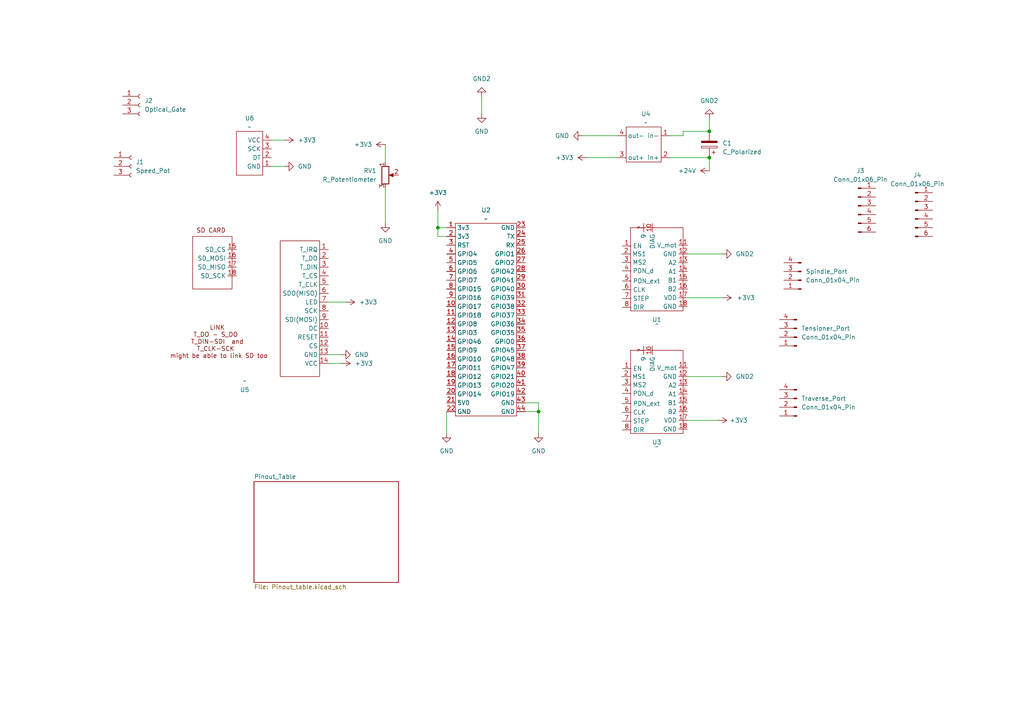
<source format=kicad_sch>
(kicad_sch (version 20231120) (generator "eeschema") (generator_version "8.0")
  (paper "A4")
  (lib_symbols
    (symbol "Connector:Conn_01x03_Socket" (pin_names (offset 1.016) hide)
      (property "Reference" "J" (at 0 5.08 0))
      (property "Value" "Conn_01x03_Socket" (at 0 -5.08 0))
      (symbol "Conn_01x03_Socket_1_1"
        (arc (start 0 -2.032) (mid -0.5058 -2.54) (end 0 -3.048) (stroke (width 0.1524)))
        (polyline (pts (xy -1.27 -2.54) (xy -0.508 -2.54)) (stroke (width 0.1524)))
        (polyline (pts (xy -1.27 0) (xy -0.508 0)) (stroke (width 0.1524)))
        (polyline (pts (xy -1.27 2.54) (xy -0.508 2.54)) (stroke (width 0.1524)))
        (arc (start 0 0.508) (mid -0.5058 0) (end 0 -0.508) (stroke (width 0.1524)))
        (arc (start 0 3.048) (mid -0.5058 2.54) (end 0 2.032) (stroke (width 0.1524)))
        (pin passive line (at -5.08 2.54 0) (length 3.81) (name "Pin_1") (number "1"))
        (pin passive line (at -5.08 0 0) (length 3.81) (name "Pin_2") (number "2"))
        (pin passive line (at -5.08 -2.54 0) (length 3.81) (name "Pin_3") (number "3"))
      )
    )
    (symbol "Connector:Conn_01x04_Pin" (pin_names (offset 1.016) hide)
      (property "Reference" "J" (at 0 5.08 0))
      (property "Value" "Conn_01x04_Pin" (at 0 -7.62 0))
      (symbol "Conn_01x04_Pin_1_1"
        (polyline (pts (xy 1.27 -5.08) (xy 0.8636 -5.08)) (stroke (width 0.1524)))
        (polyline (pts (xy 1.27 -2.54) (xy 0.8636 -2.54)) (stroke (width 0.1524)))
        (polyline (pts (xy 1.27 0) (xy 0.8636 0)) (stroke (width 0.1524)))
        (polyline (pts (xy 1.27 2.54) (xy 0.8636 2.54)) (stroke (width 0.1524)))
        (rectangle (start 0.8636 -4.953) (end 0 -5.207) (stroke (width 0.1524)) (fill (type outline)))
        (rectangle (start 0.8636 -2.413) (end 0 -2.667) (stroke (width 0.1524)) (fill (type outline)))
        (rectangle (start 0.8636 0.127) (end 0 -0.127) (stroke (width 0.1524)) (fill (type outline)))
        (rectangle (start 0.8636 2.667) (end 0 2.413) (stroke (width 0.1524)) (fill (type outline)))
        (pin passive line (at 5.08 2.54 180) (length 3.81) (name "Pin_1") (number "1"))
        (pin passive line (at 5.08 0 180) (length 3.81) (name "Pin_2") (number "2"))
        (pin passive line (at 5.08 -2.54 180) (length 3.81) (name "Pin_3") (number "3"))
        (pin passive line (at 5.08 -5.08 180) (length 3.81) (name "Pin_4") (number "4"))
      )
    )
    (symbol "Connector:Conn_01x06_Pin" (pin_names (offset 1.016) hide)
      (property "Reference" "J" (at 0 7.62 0))
      (property "Value" "Conn_01x06_Pin" (at 0 -10.16 0))
      (symbol "Conn_01x06_Pin_1_1"
        (polyline (pts (xy 1.27 -7.62) (xy 0.8636 -7.62)) (stroke (width 0.1524)))
        (polyline (pts (xy 1.27 -5.08) (xy 0.8636 -5.08)) (stroke (width 0.1524)))
        (polyline (pts (xy 1.27 -2.54) (xy 0.8636 -2.54)) (stroke (width 0.1524)))
        (polyline (pts (xy 1.27 0) (xy 0.8636 0)) (stroke (width 0.1524)))
        (polyline (pts (xy 1.27 2.54) (xy 0.8636 2.54)) (stroke (width 0.1524)))
        (polyline (pts (xy 1.27 5.08) (xy 0.8636 5.08)) (stroke (width 0.1524)))
        (rectangle (start 0.8636 -7.493) (end 0 -7.747) (stroke (width 0.1524)) (fill (type outline)))
        (rectangle (start 0.8636 -4.953) (end 0 -5.207) (stroke (width 0.1524)) (fill (type outline)))
        (rectangle (start 0.8636 -2.413) (end 0 -2.667) (stroke (width 0.1524)) (fill (type outline)))
        (rectangle (start 0.8636 0.127) (end 0 -0.127) (stroke (width 0.1524)) (fill (type outline)))
        (rectangle (start 0.8636 2.667) (end 0 2.413) (stroke (width 0.1524)) (fill (type outline)))
        (rectangle (start 0.8636 5.207) (end 0 4.953) (stroke (width 0.1524)) (fill (type outline)))
        (pin passive line (at 5.08 5.08 180) (length 3.81) (name "Pin_1") (number "1"))
        (pin passive line (at 5.08 2.54 180) (length 3.81) (name "Pin_2") (number "2"))
        (pin passive line (at 5.08 0 180) (length 3.81) (name "Pin_3") (number "3"))
        (pin passive line (at 5.08 -2.54 180) (length 3.81) (name "Pin_4") (number "4"))
        (pin passive line (at 5.08 -5.08 180) (length 3.81) (name "Pin_5") (number "5"))
        (pin passive line (at 5.08 -7.62 180) (length 3.81) (name "Pin_6") (number "6"))
      )
    )
    (symbol "Custom_PArts:HX711_breakout"
      (property "Reference" "U" (at 0 0 0))
      (symbol "HX711_breakout_0_1"
        (rectangle (start 0 8.89) (end 7.62 -3.81))
      )
      (symbol "HX711_breakout_1_1"
        (pin bidirectional line (at -2.54 6.35 0) (length 2.54) (name "GND") (number "1"))
        (pin bidirectional line (at -2.54 3.81 0) (length 2.54) (name "DT") (number "2"))
        (pin bidirectional line (at -2.54 1.27 0) (length 2.54) (name "SCK") (number "3"))
        (pin bidirectional line (at -2.54 -1.27 0) (length 2.54) (name "VCC") (number "4"))
      )
    )
    (symbol "Custom_PArts:MP1584_Fullboard"
      (property "Reference" "U" (at 0 0 0))
      (symbol "MP1584_Fullboard_0_1"
        (rectangle (start -2.54 5.08) (end 7.62 -5.08))
      )
      (symbol "MP1584_Fullboard_1_1"
        (pin input line (at 10.16 2.54 180) (length 2.54) (name "in-") (number "1"))
        (pin input line (at 10.16 -3.81 180) (length 2.54) (name "in+") (number "2"))
        (pin output line (at -5.08 -3.81 0) (length 2.54) (name "out+") (number "3"))
        (pin output line (at -5.08 2.54 0) (length 2.54) (name "out-") (number "4"))
      )
    )
    (symbol "Custom_PArts:SPI_SCREEN_HEADER"
      (property "Reference" "U" (at 0 0 0))
      (symbol "SPI_SCREEN_HEADER_0_1"
        (rectangle (start 0 8.89) (end 11.43 -30.48))
        (rectangle (start 25.4 10.16) (end 36.83 -5.08))
      )
      (symbol "SPI_SCREEN_HEADER_1_1"
        (text "LINK \nT_DO - S_DO  \nT_DIN-SDI  and \nT_CLK-SCK  \nmight be able to link SD too" (at 29.21 -20.32 0) (effects (font (size 1.27 1.27))))
        (text "SD CARD\n" (at 31.496 11.938 0) (effects (font (size 1.27 1.27))))
        (pin bidirectional line (at -2.54 6.35 0) (length 2.54) (name "T_IRQ") (number "1"))
        (pin bidirectional line (at -2.54 -16.51 0) (length 2.54) (name "DC") (number "10"))
        (pin bidirectional line (at -2.54 -19.05 0) (length 2.54) (name "RESET") (number "11"))
        (pin bidirectional line (at -2.54 -21.59 0) (length 2.54) (name "CS") (number "12"))
        (pin bidirectional line (at -2.54 -24.13 0) (length 2.54) (name "GND") (number "13"))
        (pin bidirectional line (at -2.54 -26.67 0) (length 2.54) (name "VCC") (number "14"))
        (pin bidirectional line (at 24.13 6.35 0) (length 2.54) (name "SD_CS") (number "15"))
        (pin bidirectional line (at 24.13 3.81 0) (length 2.54) (name "SD_MOSI") (number "16"))
        (pin bidirectional line (at 24.13 1.27 0) (length 2.54) (name "SD_MISO") (number "17"))
        (pin bidirectional line (at 24.13 -1.27 0) (length 2.54) (name "SD_SCK") (number "18"))
        (pin bidirectional line (at -2.54 3.81 0) (length 2.54) (name "T_DO") (number "2"))
        (pin bidirectional line (at -2.54 1.27 0) (length 2.54) (name "T_DIN") (number "3"))
        (pin bidirectional line (at -2.54 -1.27 0) (length 2.54) (name "T_CS") (number "4"))
        (pin bidirectional line (at -2.54 -3.81 0) (length 2.54) (name "T_CLK") (number "5"))
        (pin bidirectional line (at -2.54 -6.35 0) (length 2.54) (name "SDO(MISO)") (number "6"))
        (pin bidirectional line (at -2.54 -8.89 0) (length 2.54) (name "LED") (number "7"))
        (pin bidirectional line (at -2.54 -11.43 0) (length 2.54) (name "SCK") (number "8"))
        (pin bidirectional line (at -2.54 -13.97 0) (length 2.54) (name "SDI(MOSI)") (number "9"))
      )
    )
    (symbol "Custom_PArts:TC2209_breakout"
      (property "Reference" "U" (at 5.08 0.762 0))
      (symbol "TC2209_breakout_0_1"
        (rectangle (start -5.08 17.78) (end 10.16 -6.35))
      )
      (symbol "TC2209_breakout_1_1"
        (pin bidirectional line (at -7.4419 12.4808 0) (length 2.54) (name "EN") (number "1"))
        (pin bidirectional line (at 1.27 19.05 270) (length 2.54) (name "DIAG") (number "10"))
        (pin bidirectional line (at 11.43 12.7 180) (length 2.54) (name "V_mot") (number "11"))
        (pin bidirectional line (at 11.43 10.16 180) (length 2.54) (name "GND") (number "12"))
        (pin bidirectional line (at 11.43 7.62 180) (length 2.54) (name "A2") (number "13"))
        (pin bidirectional line (at 11.43 5.08 180) (length 2.54) (name "A1") (number "14"))
        (pin bidirectional line (at 11.43 2.54 180) (length 2.54) (name "B1") (number "15"))
        (pin bidirectional line (at 11.43 0 180) (length 2.54) (name "B2") (number "16"))
        (pin bidirectional line (at 11.43 -2.54 180) (length 2.54) (name "VDD") (number "17"))
        (pin bidirectional line (at 11.43 -5.08 180) (length 2.54) (name "GND") (number "18"))
        (pin bidirectional line (at -7.62 10.16 0) (length 2.54) (name "MS1") (number "2"))
        (pin bidirectional line (at -7.531 7.7123 0) (length 2.54) (name "MS2") (number "3"))
        (pin bidirectional line (at -7.4865 5.2646 0) (length 2.54) (name "PDN_d") (number "4"))
        (pin bidirectional line (at -7.4419 2.3208 0) (length 2.54) (name "PDN_ext") (number "5"))
        (pin bidirectional line (at -7.4419 -0.2192 0) (length 2.54) (name "CLK") (number "6"))
        (pin bidirectional line (at -7.4419 -2.7592 0) (length 2.54) (name "STEP") (number "7"))
        (pin bidirectional line (at -7.4419 -5.2992 0) (length 2.54) (name "DIR") (number "8"))
        (pin bidirectional line (at -1.27 19.05 270) (length 2.54) (name "9") (number "?"))
      )
    )
    (symbol "Custom_PArts:s3_devkit_c1"
      (property "Reference" "U" (at 0 0 0))
      (symbol "s3_devkit_c1_0_1"
        (rectangle (start 7.62 -29.21) (end -10.16 26.67))
      )
      (symbol "s3_devkit_c1_1_1"
        (pin input line (at -12.7 25.4 0) (length 2.54) (name "3v3") (number "1"))
        (pin bidirectional line (at -12.7 2.54 0) (length 2.54) (name "GPIO17") (number "10"))
        (pin bidirectional line (at -12.7 0 0) (length 2.54) (name "GPIO18") (number "11"))
        (pin bidirectional line (at -12.7 -2.54 0) (length 2.54) (name "GPIO8") (number "12"))
        (pin bidirectional line (at -12.7 -5.08 0) (length 2.54) (name "GPIO3") (number "13"))
        (pin bidirectional line (at -12.7 -7.62 0) (length 2.54) (name "GPIO46") (number "14"))
        (pin bidirectional line (at -12.7 -10.16 0) (length 2.54) (name "GPIO9") (number "15"))
        (pin bidirectional line (at -12.7 -12.7 0) (length 2.54) (name "GPIO10") (number "16"))
        (pin bidirectional line (at -12.7 -15.24 0) (length 2.54) (name "GPIO11") (number "17"))
        (pin bidirectional line (at -12.7 -17.78 0) (length 2.54) (name "GPIO12") (number "18"))
        (pin bidirectional line (at -12.7 -20.32 0) (length 2.54) (name "GPIO13") (number "19"))
        (pin input line (at -12.7 22.86 0) (length 2.54) (name "3v3") (number "2"))
        (pin bidirectional line (at -12.7 -22.86 0) (length 2.54) (name "GPIO14") (number "20"))
        (pin bidirectional line (at -12.7 -25.4 0) (length 2.54) (name "5V0") (number "21"))
        (pin bidirectional line (at -12.7 -27.94 0) (length 2.54) (name "GND") (number "22"))
        (pin bidirectional line (at 10.16 25.4 180) (length 2.54) (name "GND") (number "23"))
        (pin bidirectional line (at 10.16 22.86 180) (length 2.54) (name "TX") (number "24"))
        (pin bidirectional line (at 10.16 20.32 180) (length 2.54) (name "RX") (number "25"))
        (pin bidirectional line (at 10.16 17.78 180) (length 2.54) (name "GPIO1") (number "26"))
        (pin bidirectional line (at 10.16 15.24 180) (length 2.54) (name "GPIO2") (number "27"))
        (pin bidirectional line (at 10.16 12.7 180) (length 2.54) (name "GPIO42") (number "28"))
        (pin bidirectional line (at 10.16 10.16 180) (length 2.54) (name "GPIO41") (number "29"))
        (pin input line (at -12.7 20.32 0) (length 2.54) (name "RST") (number "3"))
        (pin bidirectional line (at 10.16 7.62 180) (length 2.54) (name "GPIO40") (number "30"))
        (pin bidirectional line (at 10.16 5.08 180) (length 2.54) (name "GPIO39") (number "31"))
        (pin bidirectional line (at 10.16 2.54 180) (length 2.54) (name "GPIO38") (number "32"))
        (pin bidirectional line (at 10.16 0 180) (length 2.54) (name "GPIO37") (number "33"))
        (pin bidirectional line (at 10.16 -2.54 180) (length 2.54) (name "GPIO36") (number "34"))
        (pin bidirectional line (at 10.16 -5.08 180) (length 2.54) (name "GPIO35") (number "35"))
        (pin bidirectional line (at 10.16 -7.62 180) (length 2.54) (name "GPIO0") (number "36"))
        (pin bidirectional line (at 10.16 -10.16 180) (length 2.54) (name "GPIO45") (number "37"))
        (pin bidirectional line (at 10.16 -12.7 180) (length 2.54) (name "GPIO48") (number "38"))
        (pin bidirectional line (at 10.16 -15.24 180) (length 2.54) (name "GPIO47") (number "39"))
        (pin input line (at -12.7 17.78 0) (length 2.54) (name "GPIO4") (number "4"))
        (pin bidirectional line (at 10.16 -17.78 180) (length 2.54) (name "GPIO21") (number "40"))
        (pin bidirectional line (at 10.16 -20.32 180) (length 2.54) (name "GPIO20") (number "41"))
        (pin bidirectional line (at 10.16 -22.86 180) (length 2.54) (name "GPIO19") (number "42"))
        (pin bidirectional line (at 10.16 -25.4 180) (length 2.54) (name "GND") (number "43"))
        (pin bidirectional line (at 10.16 -27.94 180) (length 2.54) (name "GND") (number "44"))
        (pin bidirectional line (at -12.7 15.24 0) (length 2.54) (name "GPIO5") (number "5"))
        (pin bidirectional line (at -12.7 12.7 0) (length 2.54) (name "GPIO6") (number "6"))
        (pin bidirectional line (at -12.7 10.16 0) (length 2.54) (name "GPIO7") (number "7"))
        (pin bidirectional line (at -12.7 7.62 0) (length 2.54) (name "GPIO15") (number "8"))
        (pin bidirectional line (at -12.7 5.08 0) (length 2.54) (name "GPIO16") (number "9"))
      )
    )
    (symbol "Device:C_Polarized" (pin_numbers hide) (pin_names (offset 0.254))
      (property "Reference" "C" (at 0.635 2.54 0))
      (property "Value" "C_Polarized" (at 0.635 -2.54 0))
      (symbol "C_Polarized_0_1"
        (rectangle (start -2.286 0.508) (end 2.286 1.016))
        (polyline (pts (xy -1.778 2.286) (xy -0.762 2.286)))
        (polyline (pts (xy -1.27 2.794) (xy -1.27 1.778)))
        (rectangle (start 2.286 -0.508) (end -2.286 -1.016) (fill (type outline)))
      )
      (symbol "C_Polarized_1_1"
        (pin passive line (at 0 3.81 270) (length 2.794) (name "~") (number "1"))
        (pin passive line (at 0 -3.81 90) (length 2.794) (name "~") (number "2"))
      )
    )
    (symbol "Device:R_Potentiometer" (pin_names (offset 1.016) hide)
      (property "Reference" "RV" (at -4.445 0 90))
      (property "Value" "R_Potentiometer" (at -2.54 0 90))
      (symbol "R_Potentiometer_0_1"
        (polyline (pts (xy 2.54 0) (xy 1.524 0)))
        (polyline (pts (xy 1.143 0) (xy 2.286 0.508) (xy 2.286 -0.508) (xy 1.143 0)) (fill (type outline)))
        (rectangle (start 1.016 2.54) (end -1.016 -2.54) (stroke (width 0.254)))
      )
      (symbol "R_Potentiometer_1_1"
        (pin passive line (at 0 3.81 270) (length 1.27) (name "1") (number "1"))
        (pin passive line (at 3.81 0 180) (length 1.27) (name "2") (number "2"))
        (pin passive line (at 0 -3.81 90) (length 1.27) (name "3") (number "3"))
      )
    )
    (symbol "power:+24V" (power) (pin_numbers hide) (pin_names (offset 0) hide)
      (property "Value" "+24V" (at 0 3.556 0))
      (symbol "+24V_0_1"
        (polyline (pts (xy -0.762 1.27) (xy 0 2.54)))
        (polyline (pts (xy 0 0) (xy 0 2.54)))
        (polyline (pts (xy 0 2.54) (xy 0.762 1.27)))
      )
      (symbol "+24V_1_1"
        (pin power_in line (at 0 0 90) (length 0) (name "~") (number "1"))
      )
    )
    (symbol "power:+3V3" (power) (pin_numbers hide) (pin_names (offset 0) hide)
      (property "Value" "+3V3" (at 0 3.556 0))
      (symbol "+3V3_0_1"
        (polyline (pts (xy -0.762 1.27) (xy 0 2.54)))
        (polyline (pts (xy 0 0) (xy 0 2.54)))
        (polyline (pts (xy 0 2.54) (xy 0.762 1.27)))
      )
      (symbol "+3V3_1_1"
        (pin power_in line (at 0 0 90) (length 0) (name "~") (number "1"))
      )
    )
    (symbol "power:GND" (power) (pin_numbers hide) (pin_names (offset 0) hide)
      (property "Value" "GND" (at 0 -3.81 0))
      (symbol "GND_0_1"
        (polyline (pts (xy 0 0) (xy 0 -1.27) (xy 1.27 -1.27) (xy 0 -2.54) (xy -1.27 -1.27) (xy 0 -1.27)))
      )
      (symbol "GND_1_1"
        (pin power_in line (at 0 0 270) (length 0) (name "~") (number "1"))
      )
    )
    (symbol "power:GND2" (power) (pin_numbers hide) (pin_names (offset 0) hide)
      (property "Value" "GND2" (at 0 -3.81 0))
      (symbol "GND2_0_1"
        (polyline (pts (xy 0 0) (xy 0 -1.27) (xy 1.27 -1.27) (xy 0 -2.54) (xy -1.27 -1.27) (xy 0 -1.27)))
      )
      (symbol "GND2_1_1"
        (pin power_in line (at 0 0 270) (length 0) (name "~") (number "1"))
      )
    )
  )
  (junction (at 205.74 38.1))
  (junction (at 127 66.04))
  (junction (at 156.21 119.38))
  (junction (at 205.74 45.72))
  (wire (pts (xy 95.25 105.41) (xy 99.06 105.41)))
  (wire (pts (xy 199.39 73.66) (xy 209.55 73.66)))
  (wire (pts (xy 170.18 45.72) (xy 179.07 45.72)))
  (wire (pts (xy 205.74 34.29) (xy 205.74 38.1)))
  (wire (pts (xy 156.21 119.38) (xy 156.21 125.73)))
  (wire (pts (xy 95.25 87.63) (xy 100.33 87.63)))
  (wire (pts (xy 95.25 102.87) (xy 99.06 102.87)))
  (wire (pts (xy 199.39 86.36) (xy 209.55 86.36)))
  (wire (pts (xy 199.39 121.92) (xy 208.28 121.92)))
  (wire (pts (xy 127 66.04) (xy 127 60.96)))
  (wire (pts (xy 129.54 119.38) (xy 129.54 125.73)))
  (wire (pts (xy 127 66.04) (xy 129.54 66.04)))
  (wire (pts (xy 139.7 27.94) (xy 139.7 33.02)))
  (wire (pts (xy 156.21 116.84) (xy 156.21 119.38)))
  (wire (pts (xy 198.12 39.37) (xy 194.31 39.37)))
  (wire (pts (xy 129.54 68.58) (xy 127 68.58)))
  (wire (pts (xy 152.4 116.84) (xy 156.21 116.84)))
  (wire (pts (xy 152.4 119.38) (xy 156.21 119.38)))
  (wire (pts (xy 111.76 54.61) (xy 111.76 64.77)))
  (wire (pts (xy 78.74 40.64) (xy 82.55 40.64)))
  (wire (pts (xy 205.74 45.72) (xy 205.74 49.53)))
  (wire (pts (xy 194.31 45.72) (xy 205.74 45.72)))
  (wire (pts (xy 168.91 39.37) (xy 179.07 39.37)))
  (wire (pts (xy 205.74 38.1) (xy 198.12 38.1)))
  (wire (pts (xy 111.76 41.91) (xy 111.76 46.99)))
  (wire (pts (xy 127 68.58) (xy 127 66.04)))
  (wire (pts (xy 78.74 48.26) (xy 82.55 48.26)))
  (wire (pts (xy 199.39 109.22) (xy 209.55 109.22)))
  (wire (pts (xy 198.12 38.1) (xy 198.12 39.37)))
  (symbol (lib_id "power:GND2") (at 205.74 34.29 180) (unit 1)
    (property "Reference" "#PWR04" (effects (hide yes)))
    (property "Value" "GND2" (at 205.74 29.21 0))
    (property "Description" "Power symbol creates a global label with name \"GND2\" , ground" (effects (hide yes)))
  )
  (symbol (lib_id "power:GND") (at 111.76 64.77 0) (unit 1)
    (property "Reference" "#PWR017" (effects (hide yes)))
    (property "Value" "GND" (at 111.76 69.85 0))
    (property "Description" "Power symbol creates a global label with name \"GND\" , ground" (effects (hide yes)))
  )
  (symbol (lib_id "power:GND2") (at 209.55 73.66 90) (unit 1)
    (property "Reference" "#PWR014" (effects (hide yes)))
    (property "Value" "GND2" (at 213.36 73.6599 90) (effects (justify right)))
    (property "Description" "Power symbol creates a global label with name \"GND2\" , ground" (effects (hide yes)))
  )
  (symbol (lib_id "Device:C_Polarized") (at 205.74 41.91 180) (unit 1)
    (property "Reference" "C1" (at 209.55 41.5289 0) (effects (justify right)))
    (property "Value" "C_Polarized" (at 209.55 44.0689 0) (effects (justify right)))
    (property "Description" "Polarized capacitor" (effects (hide yes)))
  )
  (symbol (lib_id "power:GND") (at 168.91 39.37 270) (unit 1)
    (property "Reference" "#PWR02" (effects (hide yes)))
    (property "Value" "GND" (at 165.1 39.3699 90) (effects (justify right)))
    (property "Description" "Power symbol creates a global label with name \"GND\" , ground" (effects (hide yes)))
  )
  (symbol (lib_id "power:+3V3") (at 99.06 105.41 270) (mirror x) (unit 1)
    (property "Reference" "#PWR010" (effects (hide yes)))
    (property "Value" "+3V3" (at 102.87 105.4101 90) (effects (justify left)))
    (property "Description" "Power symbol creates a global label with name \"+3V3\"" (effects (hide yes)))
  )
  (symbol (lib_id "Custom_PArts:TC2209_breakout") (at 187.96 83.82 0) (unit 1)
    (property "Reference" "U1" (at 190.5 92.71 0))
    (property "Value" "~" (at 190.5 93.98 0))
  )
  (symbol (lib_id "power:+3V3") (at 82.55 40.64 270) (mirror x) (unit 1)
    (property "Reference" "#PWR020" (effects (hide yes)))
    (property "Value" "+3V3" (at 86.36 40.6401 90) (effects (justify left)))
    (property "Description" "Power symbol creates a global label with name \"+3V3\"" (effects (hide yes)))
  )
  (symbol (lib_id "power:GND") (at 139.7 33.02 0) (unit 1)
    (property "Reference" "#PWR09" (effects (hide yes)))
    (property "Value" "GND" (at 139.7 38.1 0))
    (property "Description" "Power symbol creates a global label with name \"GND\" , ground" (effects (hide yes)))
  )
  (symbol (lib_id "Custom_PArts:MP1584_Fullboard") (at 184.15 41.91 0) (unit 1)
    (property "Reference" "U4" (at 187.325 33.02 0))
    (property "Value" "~" (at 187.325 35.56 0))
  )
  (symbol (lib_id "Connector:Conn_01x06_Pin") (at 265.43 60.96 0) (unit 1)
    (property "Reference" "J4" (at 266.065 50.8 0))
    (property "Value" "Conn_01x06_Pin" (at 266.065 53.34 0))
    (property "Description" "Generic connector, single row, 01x06, script generated" (effects (hide yes)))
  )
  (symbol (lib_id "power:GND2") (at 139.7 27.94 180) (unit 1)
    (property "Reference" "#PWR08" (effects (hide yes)))
    (property "Value" "GND2" (at 139.7 22.86 0))
    (property "Description" "Power symbol creates a global label with name \"GND2\" , ground" (effects (hide yes)))
  )
  (symbol (lib_id "power:+3V3") (at 208.28 121.92 270) (unit 1)
    (property "Reference" "#PWR013" (effects (hide yes)))
    (property "Value" "+3V3" (at 211.5666 121.9199 90) (effects (justify left)))
    (property "Description" "Power symbol creates a global label with name \"+3V3\"" (effects (hide yes)))
  )
  (symbol (lib_id "Connector:Conn_01x03_Socket") (at 40.64 30.48 0) (unit 1)
    (property "Reference" "J2" (at 41.91 29.2099 0) (effects (justify left)))
    (property "Value" "Optical_Gate" (at 41.91 31.7499 0) (effects (justify left)))
    (property "Description" "Generic connector, single row, 01x03, script generated" (effects (hide yes)))
  )
  (symbol (lib_id "Custom_PArts:HX711_breakout") (at 76.2 41.91 180) (unit 1)
    (property "Reference" "U6" (at 72.39 34.29 0))
    (property "Value" "~" (at 72.39 36.83 0))
  )
  (symbol (lib_id "power:+3V3") (at 127 60.96 0) (unit 1)
    (property "Reference" "#PWR011" (effects (hide yes)))
    (property "Value" "+3V3" (at 127 55.88 0))
    (property "Description" "Power symbol creates a global label with name \"+3V3\"" (effects (hide yes)))
  )
  (symbol (lib_id "power:GND2") (at 209.55 109.22 90) (unit 1)
    (property "Reference" "#PWR015" (effects (hide yes)))
    (property "Value" "GND2" (at 213.36 109.2199 90) (effects (justify right)))
    (property "Description" "Power symbol creates a global label with name \"GND2\" , ground" (effects (hide yes)))
  )
  (symbol (lib_id "power:+3V3") (at 100.33 87.63 270) (mirror x) (unit 1)
    (property "Reference" "#PWR018" (effects (hide yes)))
    (property "Value" "+3V3" (at 104.14 87.6301 90) (effects (justify left)))
    (property "Description" "Power symbol creates a global label with name \"+3V3\"" (effects (hide yes)))
  )
  (symbol (lib_id "Connector:Conn_01x03_Socket") (at 38.1 48.26 0) (unit 1)
    (property "Reference" "J1" (at 39.37 46.9899 0) (effects (justify left)))
    (property "Value" "Speed_Pot" (at 39.37 49.5299 0) (effects (justify left)))
    (property "Description" "Generic connector, single row, 01x03, script generated" (effects (hide yes)))
  )
  (symbol (lib_id "power:+3V3") (at 209.55 86.36 270) (unit 1)
    (property "Reference" "#PWR012" (effects (hide yes)))
    (property "Value" "+3V3" (at 213.6397 86.3599 90) (effects (justify left)))
    (property "Description" "Power symbol creates a global label with name \"+3V3\"" (effects (hide yes)))
  )
  (symbol (lib_id "Device:R_Potentiometer") (at 111.76 50.8 0) (unit 1)
    (property "Reference" "RV1" (at 109.22 49.5299 0) (effects (justify right)))
    (property "Value" "R_Potentiometer" (at 109.22 52.0699 0) (effects (justify right)))
    (property "Description" "Potentiometer" (effects (hide yes)))
  )
  (symbol (lib_id "power:GND") (at 82.55 48.26 90) (mirror x) (unit 1)
    (property "Reference" "#PWR019" (effects (hide yes)))
    (property "Value" "GND" (at 86.36 48.2601 90) (effects (justify right)))
    (property "Description" "Power symbol creates a global label with name \"GND\" , ground" (effects (hide yes)))
  )
  (symbol (lib_id "Connector:Conn_01x04_Pin") (at 232.41 81.28 180) (unit 1)
    (property "Reference" "Spindle_Port" (at 233.68 78.7399 0) (effects (justify right)))
    (property "Value" "Conn_01x04_Pin" (at 233.68 81.2799 0) (effects (justify right)))
    (property "Description" "Generic connector, single row, 01x04, script generated" (effects (hide yes)))
  )
  (symbol (lib_id "power:+3V3") (at 111.76 41.91 90) (unit 1)
    (property "Reference" "#PWR016" (effects (hide yes)))
    (property "Value" "+3V3" (at 107.95 41.9099 90) (effects (justify left)))
    (property "Description" "Power symbol creates a global label with name \"+3V3\"" (effects (hide yes)))
  )
  (symbol (lib_id "power:GND") (at 156.21 125.73 0) (unit 1)
    (property "Reference" "#PWR07" (effects (hide yes)))
    (property "Value" "GND" (at 156.21 130.81 0))
    (property "Description" "Power symbol creates a global label with name \"GND\" , ground" (effects (hide yes)))
  )
  (symbol (lib_id "power:+24V") (at 205.74 49.53 90) (unit 1)
    (property "Reference" "#PWR03" (effects (hide yes)))
    (property "Value" "+24V" (at 201.93 49.5299 90) (effects (justify left)))
    (property "Description" "Power symbol creates a global label with name \"+24V\"" (effects (hide yes)))
  )
  (symbol (lib_id "Connector:Conn_01x04_Pin") (at 231.14 97.79 180) (unit 1)
    (property "Reference" "Tensioner_Port" (at 232.41 95.2499 0) (effects (justify right)))
    (property "Value" "Conn_01x04_Pin" (at 232.41 97.7899 0) (effects (justify right)))
    (property "Description" "Generic connector, single row, 01x04, script generated" (effects (hide yes)))
  )
  (symbol (lib_id "power:+3V3") (at 170.18 45.72 90) (unit 1)
    (property "Reference" "#PWR01" (effects (hide yes)))
    (property "Value" "+3V3" (at 166.37 45.7199 90) (effects (justify left)))
    (property "Description" "Power symbol creates a global label with name \"+3V3\"" (effects (hide yes)))
  )
  (symbol (lib_id "Custom_PArts:TC2209_breakout") (at 187.96 119.38 0) (unit 1)
    (property "Reference" "U3" (at 190.5 128.27 0))
    (property "Value" "~" (at 190.5 129.54 0))
  )
  (symbol (lib_id "power:GND") (at 129.54 125.73 0) (unit 1)
    (property "Reference" "#PWR06" (effects (hide yes)))
    (property "Value" "GND" (at 129.54 130.81 0))
    (property "Description" "Power symbol creates a global label with name \"GND\" , ground" (effects (hide yes)))
  )
  (symbol (lib_id "Custom_PArts:SPI_SCREEN_HEADER") (at 92.71 78.74 0) (mirror y) (unit 1)
    (property "Reference" "U5" (at 70.9889 113.03 0))
    (property "Value" "~" (at 70.9889 110.49 0))
  )
  (symbol (lib_id "Connector:Conn_01x04_Pin") (at 231.14 118.11 180) (unit 1)
    (property "Reference" "Traverse_Port" (at 232.41 115.5699 0) (effects (justify right)))
    (property "Value" "Conn_01x04_Pin" (at 232.41 118.1099 0) (effects (justify right)))
    (property "Description" "Generic connector, single row, 01x04, script generated" (effects (hide yes)))
  )
  (symbol (lib_id "power:GND") (at 99.06 102.87 90) (mirror x) (unit 1)
    (property "Reference" "#PWR05" (effects (hide yes)))
    (property "Value" "GND" (at 102.87 102.8701 90) (effects (justify right)))
    (property "Description" "Power symbol creates a global label with name \"GND\" , ground" (effects (hide yes)))
  )
  (symbol (lib_id "Connector:Conn_01x06_Pin") (at 248.92 59.69 0) (unit 1)
    (property "Reference" "J3" (at 249.555 49.53 0))
    (property "Value" "Conn_01x06_Pin" (at 249.555 52.07 0))
    (property "Description" "Generic connector, single row, 01x06, script generated" (effects (hide yes)))
  )
  (symbol (lib_id "Custom_PArts:s3_devkit_c1") (at 142.24 91.44 0) (unit 1)
    (property "Reference" "U2" (at 140.97 60.96 0))
    (property "Value" "~" (at 140.97 63.5 0))
  )
  (sheet (at 73.66 139.7) (size 41.91 29.21) (stroke (width 0.1524))
    (property "Sheetname" "Pinout_Table" (at 73.66 138.9884 0) (effects (justify left bottom)))
    (property "Sheetfile" "Pinout_table.kicad_sch" (at 73.66 169.4946 0) (effects (justify left top)))
  )
)
</source>
